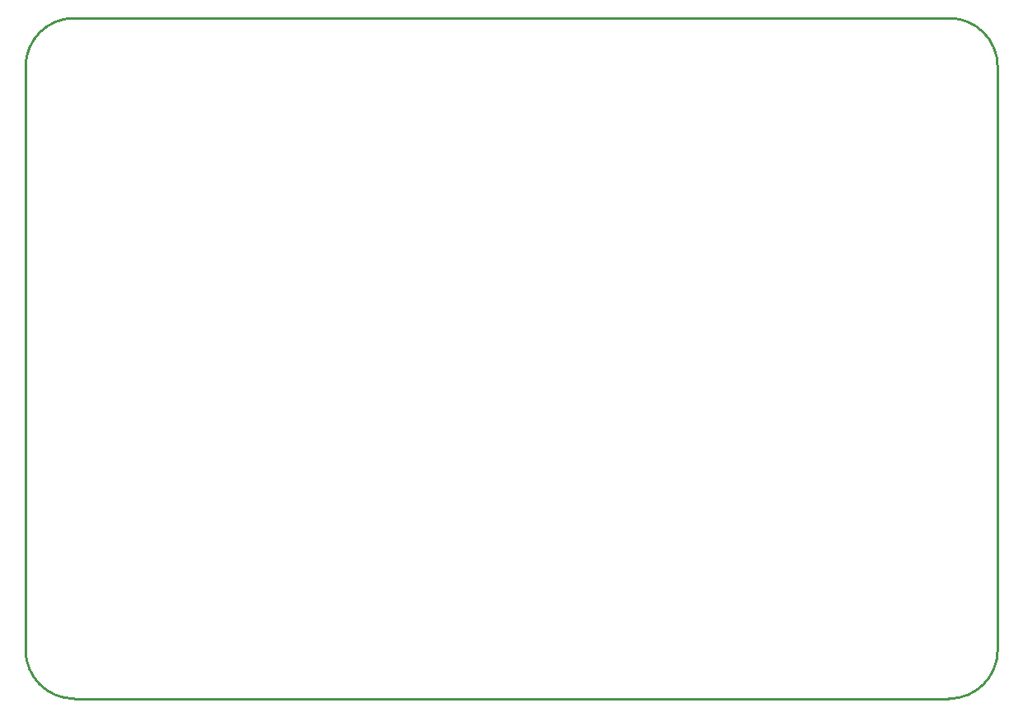
<source format=gko>
G04 Layer: BoardOutlineLayer*
G04 EasyEDA v6.5.40, 2024-04-28 19:39:01*
G04 a67cddfb3fce44daa9051d46cbbcc19f,10*
G04 Gerber Generator version 0.2*
G04 Scale: 100 percent, Rotated: No, Reflected: No *
G04 Dimensions in millimeters *
G04 leading zeros omitted , absolute positions ,4 integer and 5 decimal *
%FSLAX45Y45*%
%MOMM*%

%ADD10C,0.2540*%
D10*
X0Y499998D02*
G01*
X0Y6499987D01*
X9499981Y0D02*
G01*
X499998Y0D01*
X9999979Y6499987D02*
G01*
X9999979Y499998D01*
X499998Y6999986D02*
G01*
X9499981Y6999986D01*
G75*
G01*
X9499981Y6999986D02*
G02*
X9999980Y6499987I0J-499999D01*
G75*
G01*
X9999980Y499999D02*
G02*
X9499981Y0I-499999J0D01*
G75*
G01*
X499999Y0D02*
G02*
X0Y499999I0J499999D01*
G75*
G01*
X0Y6499987D02*
G02*
X499999Y6999986I499999J0D01*

%LPD*%
M02*

</source>
